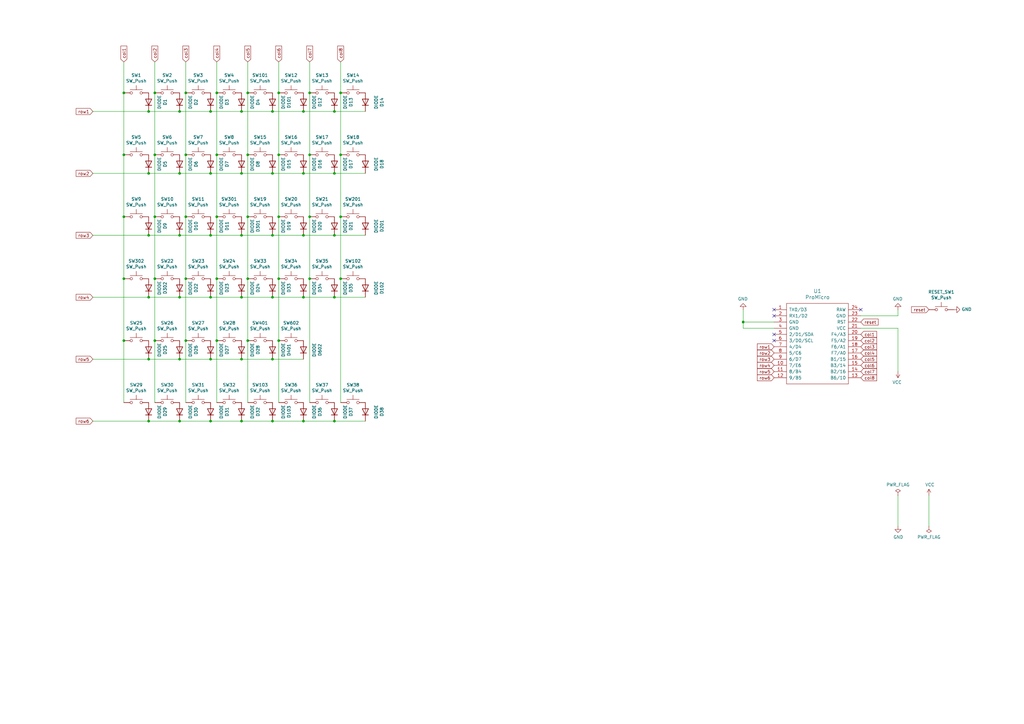
<source format=kicad_sch>
(kicad_sch (version 20230121) (generator eeschema)
  (paper "A3")
  (lib_symbols
    (symbol "Device:D" (pin_numbers hide) (pin_names (offset 1.016) hide)
      (property "Reference" "D" (at 0 2.54 0))
      (property "Value" "D" (at 0 -2.54 0))
      (symbol "D_0_1"
        (polyline (pts (xy -1.27 1.27) (xy -1.27 -1.27)) (stroke (width 0.254)))
        (polyline (pts (xy 1.27 0) (xy -1.27 0)))
        (polyline (pts (xy 1.27 1.27) (xy 1.27 -1.27) (xy -1.27 0) (xy 1.27 1.27)) (stroke (width 0.254)))
      )
      (symbol "D_1_1"
        (pin passive line (at -3.81 0 0) (length 2.54) (name "K") (number "1"))
        (pin passive line (at 3.81 0 180) (length 2.54) (name "A") (number "2"))
      )
    )
    (symbol "Switch:SW_Push" (pin_numbers hide) (pin_names (offset 1.016) hide)
      (property "Reference" "SW" (at 1.27 2.54 0))
      (property "Value" "SW_Push" (at 0 -1.524 0))
      (symbol "SW_Push_0_1"
        (circle (center -2.032 0) (radius 0.508))
        (polyline (pts (xy 0 1.27) (xy 0 3.048)))
        (polyline (pts (xy 2.54 1.27) (xy -2.54 1.27)))
        (circle (center 2.032 0) (radius 0.508))
        (pin passive line (at -5.08 0 0) (length 2.54) (name "1") (number "1"))
        (pin passive line (at 5.08 0 180) (length 2.54) (name "2") (number "2"))
      )
    )
    (symbol "kbd:ProMicro" (pin_names (offset 1.016))
      (property "Reference" "U" (at 0 19.05 0))
      (property "Value" "ProMicro" (at 0 -19.05 0))
      (symbol "ProMicro_0_1"
        (rectangle (start -12.7 16.51) (end 12.7 -16.51))
      )
      (symbol "ProMicro_1_1"
        (pin bidirectional line (at -17.78 13.97 0) (length 5.08) (name "TX0/D3") (number "1"))
        (pin bidirectional line (at -17.78 -8.89 0) (length 5.08) (name "7/E6") (number "10"))
        (pin bidirectional line (at -17.78 -11.43 0) (length 5.08) (name "8/B4") (number "11"))
        (pin bidirectional line (at -17.78 -13.97 0) (length 5.08) (name "9/B5") (number "12"))
        (pin bidirectional line (at 17.78 -13.97 180) (length 5.08) (name "B6/10") (number "13"))
        (pin bidirectional line (at 17.78 -11.43 180) (length 5.08) (name "B2/16") (number "14"))
        (pin bidirectional line (at 17.78 -8.89 180) (length 5.08) (name "B3/14") (number "15"))
        (pin bidirectional line (at 17.78 -6.35 180) (length 5.08) (name "B1/15") (number "16"))
        (pin bidirectional line (at 17.78 -3.81 180) (length 5.08) (name "F7/A0") (number "17"))
        (pin bidirectional line (at 17.78 -1.27 180) (length 5.08) (name "F6/A1") (number "18"))
        (pin bidirectional line (at 17.78 1.27 180) (length 5.08) (name "F5/A2") (number "19"))
        (pin bidirectional line (at -17.78 11.43 0) (length 5.08) (name "RX1/D2") (number "2"))
        (pin bidirectional line (at 17.78 3.81 180) (length 5.08) (name "F4/A3") (number "20"))
        (pin power_in line (at 17.78 6.35 180) (length 5.08) (name "VCC") (number "21"))
        (pin input line (at 17.78 8.89 180) (length 5.08) (name "RST") (number "22"))
        (pin power_in line (at 17.78 11.43 180) (length 5.08) (name "GND") (number "23"))
        (pin power_out line (at 17.78 13.97 180) (length 5.08) (name "RAW") (number "24"))
        (pin power_in line (at -17.78 8.89 0) (length 5.08) (name "GND") (number "3"))
        (pin power_in line (at -17.78 6.35 0) (length 5.08) (name "GND") (number "4"))
        (pin bidirectional line (at -17.78 3.81 0) (length 5.08) (name "2/D1/SDA") (number "5"))
        (pin bidirectional line (at -17.78 1.27 0) (length 5.08) (name "3/D0/SCL") (number "6"))
        (pin bidirectional line (at -17.78 -1.27 0) (length 5.08) (name "4/D4") (number "7"))
        (pin bidirectional line (at -17.78 -3.81 0) (length 5.08) (name "5/C6") (number "8"))
        (pin bidirectional line (at -17.78 -6.35 0) (length 5.08) (name "6/D7") (number "9"))
      )
    )
    (symbol "power:GND" (power) (pin_names (offset 0))
      (property "Value" "GND" (at 0 -3.81 0))
      (symbol "GND_0_1"
        (polyline (pts (xy 0 0) (xy 0 -1.27) (xy 1.27 -1.27) (xy 0 -2.54) (xy -1.27 -1.27) (xy 0 -1.27)))
      )
      (symbol "GND_1_1"
        (pin power_in line (at 0 0 270) (length 0) hide (name "GND") (number "1"))
      )
    )
    (symbol "power:PWR_FLAG" (power) (pin_numbers hide) (pin_names (offset 0) hide)
      (property "Value" "PWR_FLAG" (at 0 3.81 0))
      (symbol "PWR_FLAG_0_0"
        (pin power_out line (at 0 0 90) (length 0) (name "pwr") (number "1"))
      )
      (symbol "PWR_FLAG_0_1"
        (polyline (pts (xy 0 0) (xy 0 1.27) (xy -1.016 1.905) (xy 0 2.54) (xy 1.016 1.905) (xy 0 1.27)))
      )
    )
    (symbol "power:VCC" (power) (pin_names (offset 0))
      (property "Value" "VCC" (at 0 3.81 0))
      (symbol "VCC_0_1"
        (polyline (pts (xy -0.762 1.27) (xy 0 2.54)))
        (polyline (pts (xy 0 0) (xy 0 2.54)))
        (polyline (pts (xy 0 2.54) (xy 0.762 1.27)))
      )
      (symbol "VCC_1_1"
        (pin power_in line (at 0 0 90) (length 0) hide (name "VCC") (number "1"))
      )
    )
  )
  (junction (at 139.7 38.1))
  (junction (at 88.9 88.9))
  (junction (at 76.2 63.5))
  (junction (at 124.46 121.92))
  (junction (at 60.96 71.12))
  (junction (at 139.7 63.5))
  (junction (at 73.66 71.12))
  (junction (at 111.76 121.92))
  (junction (at 60.96 121.92))
  (junction (at 50.8 139.7))
  (junction (at 86.36 96.52))
  (junction (at 101.6 88.9))
  (junction (at 63.5 114.3))
  (junction (at 111.76 96.52))
  (junction (at 86.36 121.92))
  (junction (at 124.46 71.12))
  (junction (at 127 114.3))
  (junction (at 50.8 88.9))
  (junction (at 101.6 114.3))
  (junction (at 88.9 139.7))
  (junction (at 99.06 71.12))
  (junction (at 111.76 45.72))
  (junction (at 73.66 147.32))
  (junction (at 101.6 63.5))
  (junction (at 63.5 88.9))
  (junction (at 111.76 71.12))
  (junction (at 137.16 172.72))
  (junction (at 73.66 96.52))
  (junction (at 76.2 139.7))
  (junction (at 101.6 139.7))
  (junction (at 86.36 45.72))
  (junction (at 124.46 172.72))
  (junction (at 137.16 96.52))
  (junction (at 63.5 63.5))
  (junction (at 127 38.1))
  (junction (at 73.66 121.92))
  (junction (at 60.96 172.72))
  (junction (at 73.66 172.72))
  (junction (at 124.46 45.72))
  (junction (at 304.8 132.08))
  (junction (at 99.06 121.92))
  (junction (at 73.66 45.72))
  (junction (at 137.16 121.92))
  (junction (at 76.2 114.3))
  (junction (at 63.5 139.7))
  (junction (at 111.76 147.32))
  (junction (at 86.36 71.12))
  (junction (at 99.06 45.72))
  (junction (at 137.16 71.12))
  (junction (at 50.8 38.1))
  (junction (at 88.9 38.1))
  (junction (at 76.2 88.9))
  (junction (at 86.36 172.72))
  (junction (at 114.3 38.1))
  (junction (at 99.06 147.32))
  (junction (at 139.7 114.3))
  (junction (at 60.96 147.32))
  (junction (at 60.96 45.72))
  (junction (at 88.9 63.5))
  (junction (at 50.8 63.5))
  (junction (at 114.3 88.9))
  (junction (at 137.16 45.72))
  (junction (at 60.96 96.52))
  (junction (at 127 88.9))
  (junction (at 127 63.5))
  (junction (at 101.6 38.1))
  (junction (at 99.06 96.52))
  (junction (at 88.9 114.3))
  (junction (at 86.36 147.32))
  (junction (at 114.3 114.3))
  (junction (at 63.5 38.1))
  (junction (at 76.2 38.1))
  (junction (at 99.06 172.72))
  (junction (at 114.3 139.7))
  (junction (at 114.3 63.5))
  (junction (at 139.7 88.9))
  (junction (at 124.46 96.52))
  (junction (at 50.8 114.3))
  (junction (at 111.76 172.72))
  (no_connect (at 353.06 127))
  (no_connect (at 317.5 137.16))
  (no_connect (at 317.5 127))
  (no_connect (at 317.5 139.7))
  (no_connect (at 317.5 129.54))
  (wire (pts (xy 368.3 129.54) (xy 368.3 127)))
  (wire (pts (xy 76.2 38.1) (xy 76.2 63.5)))
  (wire (pts (xy 88.9 38.1) (xy 88.9 63.5)))
  (wire (pts (xy 38.1 96.52) (xy 60.96 96.52)))
  (wire (pts (xy 139.7 25.4) (xy 139.7 38.1)))
  (wire (pts (xy 317.5 132.08) (xy 304.8 132.08)))
  (wire (pts (xy 76.2 25.4) (xy 76.2 38.1)))
  (wire (pts (xy 60.96 96.52) (xy 73.66 96.52)))
  (wire (pts (xy 60.96 147.32) (xy 73.66 147.32)))
  (wire (pts (xy 124.46 172.72) (xy 137.16 172.72)))
  (wire (pts (xy 381 203.2) (xy 381 215.9)))
  (wire (pts (xy 99.06 121.92) (xy 111.76 121.92)))
  (wire (pts (xy 304.8 132.08) (xy 304.8 127)))
  (wire (pts (xy 76.2 139.7) (xy 76.2 165.1)))
  (wire (pts (xy 99.06 172.72) (xy 111.76 172.72)))
  (wire (pts (xy 101.6 38.1) (xy 101.6 63.5)))
  (wire (pts (xy 76.2 63.5) (xy 76.2 88.9)))
  (wire (pts (xy 124.46 121.92) (xy 137.16 121.92)))
  (wire (pts (xy 50.8 38.1) (xy 50.8 63.5)))
  (wire (pts (xy 139.7 114.3) (xy 139.7 165.1)))
  (wire (pts (xy 50.8 25.4) (xy 50.8 38.1)))
  (wire (pts (xy 63.5 114.3) (xy 63.5 139.7)))
  (wire (pts (xy 38.1 147.32) (xy 60.96 147.32)))
  (wire (pts (xy 63.5 25.4) (xy 63.5 38.1)))
  (wire (pts (xy 50.8 88.9) (xy 50.8 114.3)))
  (wire (pts (xy 101.6 88.9) (xy 101.6 114.3)))
  (wire (pts (xy 139.7 88.9) (xy 139.7 114.3)))
  (wire (pts (xy 73.66 96.52) (xy 86.36 96.52)))
  (wire (pts (xy 88.9 139.7) (xy 88.9 165.1)))
  (wire (pts (xy 88.9 114.3) (xy 88.9 139.7)))
  (wire (pts (xy 353.06 129.54) (xy 368.3 129.54)))
  (wire (pts (xy 137.16 96.52) (xy 149.86 96.52)))
  (wire (pts (xy 73.66 71.12) (xy 86.36 71.12)))
  (wire (pts (xy 304.8 134.62) (xy 304.8 132.08)))
  (wire (pts (xy 139.7 38.1) (xy 139.7 63.5)))
  (wire (pts (xy 317.5 134.62) (xy 304.8 134.62)))
  (wire (pts (xy 127 114.3) (xy 127 165.1)))
  (wire (pts (xy 101.6 25.4) (xy 101.6 38.1)))
  (wire (pts (xy 60.96 172.72) (xy 73.66 172.72)))
  (wire (pts (xy 111.76 96.52) (xy 124.46 96.52)))
  (wire (pts (xy 38.1 121.92) (xy 60.96 121.92)))
  (wire (pts (xy 50.8 139.7) (xy 50.8 165.1)))
  (wire (pts (xy 368.3 134.62) (xy 368.3 152.4)))
  (wire (pts (xy 73.66 172.72) (xy 86.36 172.72)))
  (wire (pts (xy 86.36 71.12) (xy 99.06 71.12)))
  (wire (pts (xy 86.36 147.32) (xy 99.06 147.32)))
  (wire (pts (xy 101.6 63.5) (xy 101.6 88.9)))
  (wire (pts (xy 139.7 63.5) (xy 139.7 88.9)))
  (wire (pts (xy 86.36 121.92) (xy 99.06 121.92)))
  (wire (pts (xy 111.76 172.72) (xy 124.46 172.72)))
  (wire (pts (xy 86.36 96.52) (xy 99.06 96.52)))
  (wire (pts (xy 76.2 114.3) (xy 76.2 139.7)))
  (wire (pts (xy 63.5 38.1) (xy 63.5 63.5)))
  (wire (pts (xy 60.96 121.92) (xy 73.66 121.92)))
  (wire (pts (xy 86.36 45.72) (xy 99.06 45.72)))
  (wire (pts (xy 73.66 45.72) (xy 86.36 45.72)))
  (wire (pts (xy 38.1 71.12) (xy 60.96 71.12)))
  (wire (pts (xy 38.1 172.72) (xy 60.96 172.72)))
  (wire (pts (xy 63.5 88.9) (xy 63.5 114.3)))
  (wire (pts (xy 99.06 96.52) (xy 111.76 96.52)))
  (wire (pts (xy 114.3 139.7) (xy 114.3 165.1)))
  (wire (pts (xy 63.5 63.5) (xy 63.5 88.9)))
  (wire (pts (xy 101.6 139.7) (xy 101.6 165.1)))
  (wire (pts (xy 114.3 88.9) (xy 114.3 114.3)))
  (wire (pts (xy 50.8 63.5) (xy 50.8 88.9)))
  (wire (pts (xy 86.36 172.72) (xy 99.06 172.72)))
  (wire (pts (xy 111.76 147.32) (xy 124.46 147.32)))
  (wire (pts (xy 88.9 25.4) (xy 88.9 38.1)))
  (wire (pts (xy 137.16 121.92) (xy 149.86 121.92)))
  (wire (pts (xy 124.46 71.12) (xy 137.16 71.12)))
  (wire (pts (xy 60.96 71.12) (xy 73.66 71.12)))
  (wire (pts (xy 111.76 121.92) (xy 124.46 121.92)))
  (wire (pts (xy 124.46 45.72) (xy 137.16 45.72)))
  (wire (pts (xy 114.3 114.3) (xy 114.3 139.7)))
  (wire (pts (xy 60.96 45.72) (xy 73.66 45.72)))
  (wire (pts (xy 76.2 88.9) (xy 76.2 114.3)))
  (wire (pts (xy 368.3 203.2) (xy 368.3 215.9)))
  (wire (pts (xy 124.46 96.52) (xy 137.16 96.52)))
  (wire (pts (xy 137.16 172.72) (xy 149.86 172.72)))
  (wire (pts (xy 73.66 121.92) (xy 86.36 121.92)))
  (wire (pts (xy 353.06 134.62) (xy 368.3 134.62)))
  (wire (pts (xy 114.3 63.5) (xy 114.3 88.9)))
  (wire (pts (xy 127 88.9) (xy 127 114.3)))
  (wire (pts (xy 73.66 147.32) (xy 86.36 147.32)))
  (wire (pts (xy 127 38.1) (xy 127 63.5)))
  (wire (pts (xy 63.5 139.7) (xy 63.5 165.1)))
  (wire (pts (xy 99.06 45.72) (xy 111.76 45.72)))
  (wire (pts (xy 127 25.4) (xy 127 38.1)))
  (wire (pts (xy 127 63.5) (xy 127 88.9)))
  (wire (pts (xy 111.76 71.12) (xy 124.46 71.12)))
  (wire (pts (xy 99.06 147.32) (xy 111.76 147.32)))
  (wire (pts (xy 114.3 25.4) (xy 114.3 38.1)))
  (wire (pts (xy 38.1 45.72) (xy 60.96 45.72)))
  (wire (pts (xy 137.16 45.72) (xy 149.86 45.72)))
  (wire (pts (xy 88.9 88.9) (xy 88.9 114.3)))
  (wire (pts (xy 114.3 38.1) (xy 114.3 63.5)))
  (wire (pts (xy 101.6 114.3) (xy 101.6 139.7)))
  (wire (pts (xy 111.76 45.72) (xy 124.46 45.72)))
  (wire (pts (xy 50.8 114.3) (xy 50.8 139.7)))
  (wire (pts (xy 88.9 63.5) (xy 88.9 88.9)))
  (wire (pts (xy 99.06 71.12) (xy 111.76 71.12)))
  (wire (pts (xy 137.16 71.12) (xy 149.86 71.12)))
  (global_label "row2" (shape input) (at 317.5 144.78 180) (property "Intersheetrefs" "${INTERSHEET_REFS}" (effects hide)))
  (global_label "row5" (shape input) (at 38.1 147.32 180) (property "Intersheetrefs" "${INTERSHEET_REFS}" (effects hide)))
  (global_label "col2" (shape input) (at 63.5 25.4 90) (property "Intersheetrefs" "${INTERSHEET_REFS}" (effects hide)))
  (global_label "col6" (shape input) (at 353.06 149.86 0) (property "Intersheetrefs" "${INTERSHEET_REFS}" (effects hide)))
  (global_label "row5" (shape input) (at 317.5 152.4 180) (property "Intersheetrefs" "${INTERSHEET_REFS}" (effects hide)))
  (global_label "col4" (shape input) (at 88.9 25.4 90) (property "Intersheetrefs" "${INTERSHEET_REFS}" (effects hide)))
  (global_label "row1" (shape input) (at 317.5 142.24 180) (property "Intersheetrefs" "${INTERSHEET_REFS}" (effects hide)))
  (global_label "col5" (shape input) (at 353.06 147.32 0) (property "Intersheetrefs" "${INTERSHEET_REFS}" (effects hide)))
  (global_label "col1" (shape input) (at 50.8 25.4 90) (property "Intersheetrefs" "${INTERSHEET_REFS}" (effects hide)))
  (global_label "row6" (shape input) (at 38.1 172.72 180) (property "Intersheetrefs" "${INTERSHEET_REFS}" (effects hide)))
  (global_label "col7" (shape input) (at 127 25.4 90) (property "Intersheetrefs" "${INTERSHEET_REFS}" (effects hide)) (property "シート間のリファレンス" "${INTERSHEET_REFS}" (effects hide)))
  (global_label "reset" (shape input) (at 353.06 132.08 0) (property "Intersheetrefs" "${INTERSHEET_REFS}" (effects hide)))
  (global_label "row3" (shape input) (at 38.1 96.52 180) (property "Intersheetrefs" "${INTERSHEET_REFS}" (effects hide)))
  (global_label "row4" (shape input) (at 38.1 121.92 180) (property "Intersheetrefs" "${INTERSHEET_REFS}" (effects hide)))
  (global_label "row6" (shape input) (at 317.5 154.94 180) (property "Intersheetrefs" "${INTERSHEET_REFS}" (effects hide)))
  (global_label "row3" (shape input) (at 317.5 147.32 180) (property "Intersheetrefs" "${INTERSHEET_REFS}" (effects hide)))
  (global_label "row4" (shape input) (at 317.5 149.86 180) (property "Intersheetrefs" "${INTERSHEET_REFS}" (effects hide)))
  (global_label "col8" (shape input) (at 353.06 154.94 0) (property "Intersheetrefs" "${INTERSHEET_REFS}" (effects hide)) (property "シート間のリファレンス" "${INTERSHEET_REFS}" (effects hide)))
  (global_label "col8" (shape input) (at 139.7 25.4 90) (property "Intersheetrefs" "${INTERSHEET_REFS}" (effects hide)) (property "シート間のリファレンス" "${INTERSHEET_REFS}" (effects hide)))
  (global_label "reset" (shape input) (at 381 127 180) (property "Intersheetrefs" "${INTERSHEET_REFS}" (effects hide)))
  (global_label "col5" (shape input) (at 101.6 25.4 90) (property "Intersheetrefs" "${INTERSHEET_REFS}" (effects hide)))
  (global_label "col1" (shape input) (at 353.06 137.16 0) (property "Intersheetrefs" "${INTERSHEET_REFS}" (effects hide)))
  (global_label "col3" (shape input) (at 76.2 25.4 90) (property "Intersheetrefs" "${INTERSHEET_REFS}" (effects hide)))
  (global_label "col7" (shape input) (at 353.06 152.4 0) (property "Intersheetrefs" "${INTERSHEET_REFS}" (effects hide)) (property "シート間のリファレンス" "${INTERSHEET_REFS}" (effects hide)))
  (global_label "row1" (shape input) (at 38.1 45.72 180) (property "Intersheetrefs" "${INTERSHEET_REFS}" (effects hide)))
  (global_label "col3" (shape input) (at 353.06 142.24 0) (property "Intersheetrefs" "${INTERSHEET_REFS}" (effects hide)))
  (global_label "col4" (shape input) (at 353.06 144.78 0) (property "Intersheetrefs" "${INTERSHEET_REFS}" (effects hide)))
  (global_label "col6" (shape input) (at 114.3 25.4 90) (property "Intersheetrefs" "${INTERSHEET_REFS}" (effects hide)))
  (global_label "col2" (shape input) (at 353.06 139.7 0) (property "Intersheetrefs" "${INTERSHEET_REFS}" (effects hide)))
  (global_label "row2" (shape input) (at 38.1 71.12 180) (property "Intersheetrefs" "${INTERSHEET_REFS}" (effects hide)))
  (symbol (lib_id "Device:D") (at 60.96 41.91 270) (mirror x) (unit 1)
    (property "Reference" "D1" (at 67.691 41.91 0))
    (property "Value" "DIODE" (at 65.3796 41.91 0))
    (property "Footprint" "kbd:D3_TH_SMD_v2" (effects hide))
  )
  (symbol (lib_id "Switch:SW_Push") (at 55.88 38.1 0) (unit 1)
    (property "Reference" "SW1" (at 55.88 30.861 0))
    (property "Value" "SW_Push" (at 55.88 33.1724 0))
    (property "Footprint" "takashicompany:CherryMX_TH-Hotswap" (effects hide))
  )
  (symbol (lib_id "Device:D") (at 73.66 41.91 270) (mirror x) (unit 1)
    (property "Reference" "D2" (at 80.391 41.91 0))
    (property "Value" "DIODE" (at 78.0796 41.91 0))
    (property "Footprint" "kbd:D3_TH_SMD_v2" (effects hide))
  )
  (symbol (lib_id "Switch:SW_Push") (at 68.58 38.1 0) (unit 1)
    (property "Reference" "SW2" (at 68.58 30.861 0))
    (property "Value" "SW_Push" (at 68.58 33.1724 0))
    (property "Footprint" "takashicompany:CherryMX_TH-Hotswap" (effects hide))
  )
  (symbol (lib_id "Device:D") (at 86.36 41.91 270) (mirror x) (unit 1)
    (property "Reference" "D3" (at 93.091 41.91 0))
    (property "Value" "DIODE" (at 90.7796 41.91 0))
    (property "Footprint" "kbd:D3_TH_SMD_v2" (effects hide))
  )
  (symbol (lib_id "Switch:SW_Push") (at 81.28 38.1 0) (unit 1)
    (property "Reference" "SW3" (at 81.28 30.861 0))
    (property "Value" "SW_Push" (at 81.28 33.1724 0))
    (property "Footprint" "takashicompany:CherryMX_TH-Hotswap" (effects hide))
  )
  (symbol (lib_id "Device:D") (at 99.06 41.91 270) (mirror x) (unit 1)
    (property "Reference" "D4" (at 105.791 41.91 0))
    (property "Value" "DIODE" (at 103.4796 41.91 0))
    (property "Footprint" "kbd:D3_TH_SMD_v2" (effects hide))
  )
  (symbol (lib_id "Switch:SW_Push") (at 93.98 38.1 0) (unit 1)
    (property "Reference" "SW4" (at 93.98 30.861 0))
    (property "Value" "SW_Push" (at 93.98 33.1724 0))
    (property "Footprint" "takashicompany:CherryMX_TH-Hotswap" (effects hide))
  )
  (symbol (lib_id "Device:D") (at 60.96 67.31 270) (mirror x) (unit 1)
    (property "Reference" "D5" (at 67.691 67.31 0))
    (property "Value" "DIODE" (at 65.3796 67.31 0))
    (property "Footprint" "kbd:D3_TH_SMD_v2" (effects hide))
  )
  (symbol (lib_id "Switch:SW_Push") (at 55.88 63.5 0) (unit 1)
    (property "Reference" "SW5" (at 55.88 56.261 0))
    (property "Value" "SW_Push" (at 55.88 58.5724 0))
    (property "Footprint" "takashicompany:CherryMX_TH-Hotswap" (effects hide))
  )
  (symbol (lib_id "Device:D") (at 73.66 67.31 270) (mirror x) (unit 1)
    (property "Reference" "D6" (at 80.391 67.31 0))
    (property "Value" "DIODE" (at 78.0796 67.31 0))
    (property "Footprint" "kbd:D3_TH_SMD_v2" (effects hide))
  )
  (symbol (lib_id "Switch:SW_Push") (at 68.58 63.5 0) (unit 1)
    (property "Reference" "SW6" (at 68.58 56.261 0))
    (property "Value" "SW_Push" (at 68.58 58.5724 0))
    (property "Footprint" "takashicompany:CherryMX_TH-Hotswap" (effects hide))
  )
  (symbol (lib_id "Device:D") (at 86.36 67.31 270) (mirror x) (unit 1)
    (property "Reference" "D7" (at 93.091 67.31 0))
    (property "Value" "DIODE" (at 90.7796 67.31 0))
    (property "Footprint" "kbd:D3_TH_SMD_v2" (effects hide))
  )
  (symbol (lib_id "Switch:SW_Push") (at 81.28 63.5 0) (unit 1)
    (property "Reference" "SW7" (at 81.28 56.261 0))
    (property "Value" "SW_Push" (at 81.28 58.5724 0))
    (property "Footprint" "takashicompany:CherryMX_TH-Hotswap" (effects hide))
  )
  (symbol (lib_id "Device:D") (at 99.06 67.31 270) (mirror x) (unit 1)
    (property "Reference" "D8" (at 105.791 67.31 0))
    (property "Value" "DIODE" (at 103.4796 67.31 0))
    (property "Footprint" "kbd:D3_TH_SMD_v2" (effects hide))
  )
  (symbol (lib_id "Switch:SW_Push") (at 93.98 63.5 0) (unit 1)
    (property "Reference" "SW8" (at 93.98 56.261 0))
    (property "Value" "SW_Push" (at 93.98 58.5724 0))
    (property "Footprint" "takashicompany:CherryMX_TH-Hotswap" (effects hide))
  )
  (symbol (lib_id "Device:D") (at 60.96 92.71 270) (mirror x) (unit 1)
    (property "Reference" "D9" (at 67.691 92.71 0))
    (property "Value" "DIODE" (at 65.3796 92.71 0))
    (property "Footprint" "kbd:D3_TH_SMD_v2" (effects hide))
  )
  (symbol (lib_id "Switch:SW_Push") (at 55.88 88.9 0) (unit 1)
    (property "Reference" "SW9" (at 55.88 81.661 0))
    (property "Value" "SW_Push" (at 55.88 83.9724 0))
    (property "Footprint" "takashicompany:CherryMX_TH-Hotswap" (effects hide))
  )
  (symbol (lib_id "Device:D") (at 73.66 92.71 270) (mirror x) (unit 1)
    (property "Reference" "D10" (at 80.391 92.71 0))
    (property "Value" "DIODE" (at 78.0796 92.71 0))
    (property "Footprint" "kbd:D3_TH_SMD_v2" (effects hide))
  )
  (symbol (lib_id "Switch:SW_Push") (at 68.58 88.9 0) (unit 1)
    (property "Reference" "SW10" (at 68.58 81.661 0))
    (property "Value" "SW_Push" (at 68.58 83.9724 0))
    (property "Footprint" "takashicompany:CherryMX_TH-Hotswap" (effects hide))
  )
  (symbol (lib_id "Device:D") (at 137.16 92.71 270) (mirror x) (unit 1)
    (property "Reference" "D21" (at 143.891 92.71 0))
    (property "Value" "DIODE" (at 141.5796 92.71 0))
    (property "Footprint" "kbd:D3_TH_SMD_v2" (effects hide))
  )
  (symbol (lib_id "Switch:SW_Push") (at 132.08 88.9 0) (unit 1)
    (property "Reference" "SW21" (at 132.08 81.661 0))
    (property "Value" "SW_Push" (at 132.08 83.9724 0))
    (property "Footprint" "takashicompany:CherryMX_TH-Hotswap" (effects hide))
  )
  (symbol (lib_id "Device:D") (at 73.66 118.11 270) (mirror x) (unit 1)
    (property "Reference" "D22" (at 80.391 118.11 0))
    (property "Value" "DIODE" (at 78.0796 118.11 0))
    (property "Footprint" "kbd:D3_TH_SMD_v2" (effects hide))
  )
  (symbol (lib_id "Switch:SW_Push") (at 68.58 114.3 0) (unit 1)
    (property "Reference" "SW22" (at 68.58 107.061 0))
    (property "Value" "SW_Push" (at 68.58 109.3724 0))
    (property "Footprint" "takashicompany:CherryMX_TH-Hotswap" (effects hide))
  )
  (symbol (lib_id "Device:D") (at 86.36 118.11 270) (mirror x) (unit 1)
    (property "Reference" "D23" (at 93.091 118.11 0))
    (property "Value" "DIODE" (at 90.7796 118.11 0))
    (property "Footprint" "kbd:D3_TH_SMD_v2" (effects hide))
  )
  (symbol (lib_id "Switch:SW_Push") (at 81.28 114.3 0) (unit 1)
    (property "Reference" "SW23" (at 81.28 107.061 0))
    (property "Value" "SW_Push" (at 81.28 109.3724 0))
    (property "Footprint" "takashicompany:CherryMX_TH-Hotswap" (effects hide))
  )
  (symbol (lib_id "Device:D") (at 99.06 118.11 270) (mirror x) (unit 1)
    (property "Reference" "D24" (at 105.791 118.11 0))
    (property "Value" "DIODE" (at 103.4796 118.11 0))
    (property "Footprint" "kbd:D3_TH_SMD_v2" (effects hide))
  )
  (symbol (lib_id "Switch:SW_Push") (at 93.98 114.3 0) (unit 1)
    (property "Reference" "SW24" (at 93.98 107.061 0))
    (property "Value" "SW_Push" (at 93.98 109.3724 0))
    (property "Footprint" "takashicompany:CherryMX_TH-Hotswap" (effects hide))
  )
  (symbol (lib_id "Device:D") (at 60.96 143.51 270) (mirror x) (unit 1)
    (property "Reference" "D25" (at 67.691 143.51 0))
    (property "Value" "DIODE" (at 65.3796 143.51 0))
    (property "Footprint" "kbd:D3_TH_SMD_v2" (effects hide))
  )
  (symbol (lib_id "Switch:SW_Push") (at 55.88 139.7 0) (unit 1)
    (property "Reference" "SW25" (at 55.88 132.461 0))
    (property "Value" "SW_Push" (at 55.88 134.7724 0))
    (property "Footprint" "takashicompany:CherryMX_TH-Hotswap" (effects hide))
  )
  (symbol (lib_id "Device:D") (at 73.66 143.51 270) (mirror x) (unit 1)
    (property "Reference" "D26" (at 80.391 143.51 0))
    (property "Value" "DIODE" (at 78.0796 143.51 0))
    (property "Footprint" "kbd:D3_TH_SMD_v2" (effects hide))
  )
  (symbol (lib_id "Switch:SW_Push") (at 68.58 139.7 0) (unit 1)
    (property "Reference" "SW26" (at 68.58 132.461 0))
    (property "Value" "SW_Push" (at 68.58 134.7724 0))
    (property "Footprint" "takashicompany:CherryMX_TH-Hotswap" (effects hide))
  )
  (symbol (lib_id "Device:D") (at 86.36 143.51 270) (mirror x) (unit 1)
    (property "Reference" "D27" (at 93.091 143.51 0))
    (property "Value" "DIODE" (at 90.7796 143.51 0))
    (property "Footprint" "kbd:D3_TH_SMD_v2" (effects hide))
  )
  (symbol (lib_id "Switch:SW_Push") (at 81.28 139.7 0) (unit 1)
    (property "Reference" "SW27" (at 81.28 132.461 0))
    (property "Value" "SW_Push" (at 81.28 134.7724 0))
    (property "Footprint" "takashicompany:CherryMX_TH-Hotswap" (effects hide))
  )
  (symbol (lib_id "Device:D") (at 99.06 143.51 270) (mirror x) (unit 1)
    (property "Reference" "D28" (at 105.791 143.51 0))
    (property "Value" "DIODE" (at 103.4796 143.51 0))
    (property "Footprint" "kbd:D3_TH_SMD_v2" (effects hide))
  )
  (symbol (lib_id "Switch:SW_Push") (at 93.98 139.7 0) (unit 1)
    (property "Reference" "SW28" (at 93.98 132.461 0))
    (property "Value" "SW_Push" (at 93.98 134.7724 0))
    (property "Footprint" "takashicompany:CherryMX_TH-Hotswap" (effects hide))
  )
  (symbol (lib_id "Device:D") (at 60.96 168.91 270) (mirror x) (unit 1)
    (property "Reference" "D29" (at 67.691 168.91 0))
    (property "Value" "DIODE" (at 65.3796 168.91 0))
    (property "Footprint" "kbd:D3_TH_SMD_v2" (effects hide))
  )
  (symbol (lib_id "Switch:SW_Push") (at 55.88 165.1 0) (unit 1)
    (property "Reference" "SW29" (at 55.88 157.861 0))
    (property "Value" "SW_Push" (at 55.88 160.1724 0))
    (property "Footprint" "takashicompany:CherryMX_TH-Hotswap" (effects hide))
  )
  (symbol (lib_id "Device:D") (at 73.66 168.91 270) (mirror x) (unit 1)
    (property "Reference" "D30" (at 80.391 168.91 0))
    (property "Value" "DIODE" (at 78.0796 168.91 0))
    (property "Footprint" "kbd:D3_TH_SMD_v2" (effects hide))
  )
  (symbol (lib_id "Switch:SW_Push") (at 68.58 165.1 0) (unit 1)
    (property "Reference" "SW30" (at 68.58 157.861 0))
    (property "Value" "SW_Push" (at 68.58 160.1724 0))
    (property "Footprint" "takashicompany:CherryMX_TH-Hotswap" (effects hide))
  )
  (symbol (lib_id "Device:D") (at 86.36 92.71 270) (mirror x) (unit 1)
    (property "Reference" "D11" (at 93.091 92.71 0))
    (property "Value" "DIODE" (at 90.7796 92.71 0))
    (property "Footprint" "kbd:D3_TH_SMD_v2" (effects hide))
  )
  (symbol (lib_id "Switch:SW_Push") (at 81.28 88.9 0) (unit 1)
    (property "Reference" "SW11" (at 81.28 81.661 0))
    (property "Value" "SW_Push" (at 81.28 83.9724 0))
    (property "Footprint" "takashicompany:CherryMX_TH-Hotswap" (effects hide))
  )
  (symbol (lib_id "Device:D") (at 124.46 41.91 270) (mirror x) (unit 1)
    (property "Reference" "D12" (at 131.191 41.91 0))
    (property "Value" "DIODE" (at 128.8796 41.91 0))
    (property "Footprint" "kbd:D3_TH_SMD_v2" (effects hide))
  )
  (symbol (lib_id "Switch:SW_Push") (at 119.38 38.1 0) (unit 1)
    (property "Reference" "SW12" (at 119.38 30.861 0))
    (property "Value" "SW_Push" (at 119.38 33.1724 0))
    (property "Footprint" "takashicompany:CherryMX_TH-Hotswap" (effects hide))
  )
  (symbol (lib_id "Device:D") (at 137.16 41.91 270) (mirror x) (unit 1)
    (property "Reference" "D13" (at 143.891 41.91 0))
    (property "Value" "DIODE" (at 141.5796 41.91 0))
    (property "Footprint" "kbd:D3_TH_SMD_v2" (effects hide))
  )
  (symbol (lib_id "Switch:SW_Push") (at 132.08 38.1 0) (unit 1)
    (property "Reference" "SW13" (at 132.08 30.861 0))
    (property "Value" "SW_Push" (at 132.08 33.1724 0))
    (property "Footprint" "takashicompany:CherryMX_TH-Hotswap" (effects hide))
  )
  (symbol (lib_id "Device:D") (at 149.86 41.91 270) (mirror x) (unit 1)
    (property "Reference" "D14" (at 156.591 41.91 0))
    (property "Value" "DIODE" (at 154.2796 41.91 0))
    (property "Footprint" "kbd:D3_TH_SMD_v2" (effects hide))
  )
  (symbol (lib_id "Switch:SW_Push") (at 144.78 38.1 0) (unit 1)
    (property "Reference" "SW14" (at 144.78 30.861 0))
    (property "Value" "SW_Push" (at 144.78 33.1724 0))
    (property "Footprint" "takashicompany:CherryMX_TH-Hotswap" (effects hide))
  )
  (symbol (lib_id "Device:D") (at 111.76 67.31 270) (mirror x) (unit 1)
    (property "Reference" "D15" (at 118.491 67.31 0))
    (property "Value" "DIODE" (at 116.1796 67.31 0))
    (property "Footprint" "kbd:D3_TH_SMD_v2" (effects hide))
  )
  (symbol (lib_id "Switch:SW_Push") (at 106.68 63.5 0) (unit 1)
    (property "Reference" "SW15" (at 106.68 56.261 0))
    (property "Value" "SW_Push" (at 106.68 58.5724 0))
    (property "Footprint" "takashicompany:CherryMX_TH-Hotswap" (effects hide))
  )
  (symbol (lib_id "Device:D") (at 124.46 67.31 270) (mirror x) (unit 1)
    (property "Reference" "D16" (at 131.191 67.31 0))
    (property "Value" "DIODE" (at 128.8796 67.31 0))
    (property "Footprint" "kbd:D3_TH_SMD_v2" (effects hide))
  )
  (symbol (lib_id "Switch:SW_Push") (at 119.38 63.5 0) (unit 1)
    (property "Reference" "SW16" (at 119.38 56.261 0))
    (property "Value" "SW_Push" (at 119.38 58.5724 0))
    (property "Footprint" "takashicompany:CherryMX_TH-Hotswap" (effects hide))
  )
  (symbol (lib_id "Device:D") (at 137.16 67.31 270) (mirror x) (unit 1)
    (property "Reference" "D17" (at 143.891 67.31 0))
    (property "Value" "DIODE" (at 141.5796 67.31 0))
    (property "Footprint" "kbd:D3_TH_SMD_v2" (effects hide))
  )
  (symbol (lib_id "Switch:SW_Push") (at 132.08 63.5 0) (unit 1)
    (property "Reference" "SW17" (at 132.08 56.261 0))
    (property "Value" "SW_Push" (at 132.08 58.5724 0))
    (property "Footprint" "takashicompany:CherryMX_TH-Hotswap" (effects hide))
  )
  (symbol (lib_id "Device:D") (at 149.86 67.31 270) (mirror x) (unit 1)
    (property "Reference" "D18" (at 156.591 67.31 0))
    (property "Value" "DIODE" (at 154.2796 67.31 0))
    (property "Footprint" "kbd:D3_TH_SMD_v2" (effects hide))
  )
  (symbol (lib_id "Switch:SW_Push") (at 144.78 63.5 0) (unit 1)
    (property "Reference" "SW18" (at 144.78 56.261 0))
    (property "Value" "SW_Push" (at 144.78 58.5724 0))
    (property "Footprint" "takashicompany:CherryMX_TH-Hotswap" (effects hide))
  )
  (symbol (lib_id "Device:D") (at 111.76 92.71 270) (mirror x) (unit 1)
    (property "Reference" "D19" (at 118.491 92.71 0))
    (property "Value" "DIODE" (at 116.1796 92.71 0))
    (property "Footprint" "kbd:D3_TH_SMD_v2" (effects hide))
  )
  (symbol (lib_id "Switch:SW_Push") (at 106.68 88.9 0) (unit 1)
    (property "Reference" "SW19" (at 106.68 81.661 0))
    (property "Value" "SW_Push" (at 106.68 83.9724 0))
    (property "Footprint" "takashicompany:CherryMX_TH-Hotswap" (effects hide))
  )
  (symbol (lib_id "Device:D") (at 124.46 92.71 270) (mirror x) (unit 1)
    (property "Reference" "D20" (at 131.191 92.71 0))
    (property "Value" "DIODE" (at 128.8796 92.71 0))
    (property "Footprint" "kbd:D3_TH_SMD_v2" (effects hide))
  )
  (symbol (lib_id "Switch:SW_Push") (at 119.38 88.9 0) (unit 1)
    (property "Reference" "SW20" (at 119.38 81.661 0))
    (property "Value" "SW_Push" (at 119.38 83.9724 0))
    (property "Footprint" "takashicompany:CherryMX_TH-Hotswap" (effects hide))
  )
  (symbol (lib_id "Device:D") (at 86.36 168.91 270) (mirror x) (unit 1)
    (property "Reference" "D31" (at 93.091 168.91 0))
    (property "Value" "DIODE" (at 90.7796 168.91 0))
    (property "Footprint" "kbd:D3_TH_SMD_v2" (effects hide))
  )
  (symbol (lib_id "Switch:SW_Push") (at 81.28 165.1 0) (unit 1)
    (property "Reference" "SW31" (at 81.28 157.861 0))
    (property "Value" "SW_Push" (at 81.28 160.1724 0))
    (property "Footprint" "takashicompany:CherryMX_TH-Hotswap" (effects hide))
  )
  (symbol (lib_id "Device:D") (at 99.06 168.91 270) (mirror x) (unit 1)
    (property "Reference" "D32" (at 105.791 168.91 0))
    (property "Value" "DIODE" (at 103.4796 168.91 0))
    (property "Footprint" "kbd:D3_TH_SMD_v2" (effects hide))
  )
  (symbol (lib_id "Switch:SW_Push") (at 93.98 165.1 0) (unit 1)
    (property "Reference" "SW32" (at 93.98 157.861 0))
    (property "Value" "SW_Push" (at 93.98 160.1724 0))
    (property "Footprint" "takashicompany:CherryMX_TH-Hotswap" (effects hide))
  )
  (symbol (lib_id "Device:D") (at 111.76 118.11 270) (mirror x) (unit 1)
    (property "Reference" "D33" (at 118.491 118.11 0))
    (property "Value" "DIODE" (at 116.1796 118.11 0))
    (property "Footprint" "kbd:D3_TH_SMD_v2" (effects hide))
  )
  (symbol (lib_id "Switch:SW_Push") (at 106.68 114.3 0) (unit 1)
    (property "Reference" "SW33" (at 106.68 107.061 0))
    (property "Value" "SW_Push" (at 106.68 109.3724 0))
    (property "Footprint" "takashicompany:CherryMX_TH-Hotswap" (effects hide))
  )
  (symbol (lib_id "Device:D") (at 124.46 118.11 270) (mirror x) (unit 1)
    (property "Reference" "D34" (at 131.191 118.11 0))
    (property "Value" "DIODE" (at 128.8796 118.11 0))
    (property "Footprint" "kbd:D3_TH_SMD_v2" (effects hide))
  )
  (symbol (lib_id "Switch:SW_Push") (at 119.38 114.3 0) (unit 1)
    (property "Reference" "SW34" (at 119.38 107.061 0))
    (property "Value" "SW_Push" (at 119.38 109.3724 0))
    (property "Footprint" "takashicompany:CherryMX_TH-Hotswap" (effects hide))
  )
  (symbol (lib_id "Device:D") (at 137.16 118.11 270) (mirror x) (unit 1)
    (property "Reference" "D35" (at 143.891 118.11 0))
    (property "Value" "DIODE" (at 141.5796 118.11 0))
    (property "Footprint" "kbd:D3_TH_SMD_v2" (effects hide))
  )
  (symbol (lib_id "Switch:SW_Push") (at 132.08 114.3 0) (unit 1)
    (property "Reference" "SW35" (at 132.08 107.061 0))
    (property "Value" "SW_Push" (at 132.08 109.3724 0))
    (property "Footprint" "takashicompany:CherryMX_TH-Hotswap" (effects hide))
  )
  (symbol (lib_id "Device:D") (at 124.46 168.91 270) (mirror x) (unit 1)
    (property "Reference" "D36" (at 131.191 168.91 0))
    (property "Value" "DIODE" (at 128.8796 168.91 0))
    (property "Footprint" "kbd:D3_TH_SMD_v2" (effects hide))
  )
  (symbol (lib_id "Switch:SW_Push") (at 119.38 165.1 0) (unit 1)
    (property "Reference" "SW36" (at 119.38 157.861 0))
    (property "Value" "SW_Push" (at 119.38 160.1724 0))
    (property "Footprint" "takashicompany:CherryMX_TH-Hotswap" (effects hide))
  )
  (symbol (lib_id "Device:D") (at 137.16 168.91 270) (mirror x) (unit 1)
    (property "Reference" "D37" (at 143.891 168.91 0))
    (property "Value" "DIODE" (at 141.5796 168.91 0))
    (property "Footprint" "kbd:D3_TH_SMD_v2" (effects hide))
  )
  (symbol (lib_id "Switch:SW_Push") (at 132.08 165.1 0) (unit 1)
    (property "Reference" "SW37" (at 132.08 157.861 0))
    (property "Value" "SW_Push" (at 132.08 160.1724 0))
    (property "Footprint" "takashicompany:CherryMX_TH-Hotswap" (effects hide))
  )
  (symbol (lib_id "Device:D") (at 149.86 168.91 270) (mirror x) (unit 1)
    (property "Reference" "D38" (at 156.591 168.91 0))
    (property "Value" "DIODE" (at 154.2796 168.91 0))
    (property "Footprint" "kbd:D3_TH_SMD_v2" (effects hide))
  )
  (symbol (lib_id "Switch:SW_Push") (at 144.78 165.1 0) (unit 1)
    (property "Reference" "SW38" (at 144.78 157.861 0))
    (property "Value" "SW_Push" (at 144.78 160.1724 0))
    (property "Footprint" "takashicompany:CherryMX_TH-Hotswap" (effects hide))
  )
  (symbol (lib_id "Device:D") (at 111.76 41.91 270) (mirror x) (unit 1)
    (property "Reference" "D101" (at 118.491 41.91 0))
    (property "Value" "DIODE" (at 116.1796 41.91 0))
    (property "Footprint" "kbd:D3_TH_SMD_v2" (effects hide))
  )
  (symbol (lib_id "Switch:SW_Push") (at 106.68 38.1 0) (unit 1)
    (property "Reference" "SW101" (at 106.68 30.861 0))
    (property "Value" "SW_Push" (at 106.68 33.1724 0))
    (property "Footprint" "takashicompany:CherryMX_TH-Hotswap_1.25u" (effects hide))
  )
  (symbol (lib_id "Device:D") (at 149.86 118.11 270) (mirror x) (unit 1)
    (property "Reference" "D102" (at 156.591 118.11 0))
    (property "Value" "DIODE" (at 154.2796 118.11 0))
    (property "Footprint" "kbd:D3_TH_SMD_v2" (effects hide))
  )
  (symbol (lib_id "Switch:SW_Push") (at 144.78 114.3 0) (unit 1)
    (property "Reference" "SW102" (at 144.78 107.061 0))
    (property "Value" "SW_Push" (at 144.78 109.3724 0))
    (property "Footprint" "takashicompany:CherryMX_TH-Hotswap_1.25u" (effects hide))
  )
  (symbol (lib_id "Device:D") (at 111.76 168.91 270) (mirror x) (unit 1)
    (property "Reference" "D103" (at 118.491 168.91 0))
    (property "Value" "DIODE" (at 116.1796 168.91 0))
    (property "Footprint" "kbd:D3_TH_SMD_v2" (effects hide))
  )
  (symbol (lib_id "Switch:SW_Push") (at 106.68 165.1 0) (unit 1)
    (property "Reference" "SW103" (at 106.68 157.861 0))
    (property "Value" "SW_Push" (at 106.68 160.1724 0))
    (property "Footprint" "takashicompany:CherryMX_TH-Hotswap_1.25u" (effects hide))
  )
  (symbol (lib_id "Device:D") (at 149.86 92.71 270) (mirror x) (unit 1)
    (property "Reference" "D201" (at 156.591 92.71 0))
    (property "Value" "DIODE" (at 154.2796 92.71 0))
    (property "Footprint" "kbd:D3_TH_SMD_v2" (effects hide))
  )
  (symbol (lib_id "Switch:SW_Push") (at 144.78 88.9 0) (unit 1)
    (property "Reference" "SW201" (at 144.78 81.661 0))
    (property "Value" "SW_Push" (at 144.78 83.9724 0))
    (property "Footprint" "takashicompany:CherryMX_TH-Hotswap_1.50u" (effects hide))
  )
  (symbol (lib_id "Device:D") (at 99.06 92.71 270) (mirror x) (unit 1)
    (property "Reference" "D301" (at 105.791 92.71 0))
    (property "Value" "DIODE" (at 103.4796 92.71 0))
    (property "Footprint" "kbd:D3_TH_SMD_v2" (effects hide))
  )
  (symbol (lib_id "Switch:SW_Push") (at 93.98 88.9 0) (unit 1)
    (property "Reference" "SW301" (at 93.98 81.661 0))
    (property "Value" "SW_Push" (at 93.98 83.9724 0))
    (property "Footprint" "takashicompany:CherryMX_TH-Hotswap_1.75u" (effects hide))
  )
  (symbol (lib_id "Device:D") (at 60.96 118.11 270) (mirror x) (unit 1)
    (property "Reference" "D302" (at 67.691 118.11 0))
    (property "Value" "DIODE" (at 65.3796 118.11 0))
    (property "Footprint" "kbd:D3_TH_SMD_v2" (effects hide))
  )
  (symbol (lib_id "Switch:SW_Push") (at 55.88 114.3 0) (unit 1)
    (property "Reference" "SW302" (at 55.88 107.061 0))
    (property "Value" "SW_Push" (at 55.88 109.3724 0))
    (property "Footprint" "takashicompany:CherryMX_TH-Hotswap_1.75u" (effects hide))
  )
  (symbol (lib_id "Device:D") (at 111.76 143.51 270) (mirror x) (unit 1)
    (property "Reference" "D401" (at 118.491 143.51 0))
    (property "Value" "DIODE" (at 116.1796 143.51 0))
    (property "Footprint" "kbd:D3_TH_SMD_v2" (effects hide))
  )
  (symbol (lib_id "Switch:SW_Push") (at 106.68 139.7 0) (unit 1)
    (property "Reference" "SW401" (at 106.68 132.461 0))
    (property "Value" "SW_Push" (at 106.68 134.7724 0))
    (property "Footprint" "takashicompany:CherryMX_TH-Hotswap_2.00u" (effects hide))
  )
  (symbol (lib_id "Device:D") (at 124.46 143.51 270) (mirror x) (unit 1)
    (property "Reference" "D602" (at 131.191 143.51 0))
    (property "Value" "DIODE" (at 128.8796 143.51 0))
    (property "Footprint" "kbd:D3_TH_SMD_v2" (effects hide))
  )
  (symbol (lib_id "Switch:SW_Push") (at 119.38 139.7 0) (unit 1)
    (property "Reference" "SW602" (at 119.38 132.461 0))
    (property "Value" "SW_Push" (at 119.38 134.7724 0))
    (property "Footprint" "takashicompany:CherryMX_TH-Hotswap_2.25u" (effects hide))
  )
  (symbol (lib_id "power:VCC") (at 368.3 152.4 180) (unit 1)
    (property "Reference" "#PWR0101" (effects hide))
    (property "Value" "VCC" (at 367.919 156.7942 0))
  )
  (symbol (lib_id "power:GND") (at 368.3 127 180) (unit 1)
    (property "Reference" "#PWR0102" (effects hide))
    (property "Value" "GND" (at 368.173 122.6058 0))
  )
  (symbol (lib_id "power:GND") (at 304.8 127 180) (unit 1)
    (property "Reference" "#PWR0103" (effects hide))
    (property "Value" "GND" (at 304.673 122.6058 0))
  )
  (symbol (lib_id "Switch:SW_Push") (at 386.08 127 0) (unit 1)
    (property "Reference" "RESET_SW1" (at 386.08 119.761 0))
    (property "Value" "SW_Push" (at 386.08 122.0724 0))
    (property "Footprint" "kbd:ResetSW_1side" (effects hide))
  )
  (symbol (lib_id "power:GND") (at 391.16 127 90) (unit 1)
    (property "Reference" "#PWR0104" (effects hide))
    (property "Value" "GND" (at 394.4112 126.873 90) (effects (justify right)))
  )
  (symbol (lib_id "power:PWR_FLAG") (at 368.3 203.2 0) (unit 1)
    (property "Reference" "#FLG0101" (effects hide))
    (property "Value" "PWR_FLAG" (at 368.3 198.8058 0))
  )
  (symbol (lib_id "power:GND") (at 368.3 215.9 0) (unit 1)
    (property "Reference" "#PWR0109" (effects hide))
    (property "Value" "GND" (at 368.427 220.2942 0))
  )
  (symbol (lib_id "power:VCC") (at 381 203.2 0) (unit 1)
    (property "Reference" "#PWR0110" (effects hide))
    (property "Value" "VCC" (at 381.381 198.8058 0))
  )
  (symbol (lib_id "power:PWR_FLAG") (at 381 215.9 180) (unit 1)
    (property "Reference" "#FLG0102" (effects hide))
    (property "Value" "PWR_FLAG" (at 381 220.2942 0))
  )
  (symbol (lib_id "kbd:ProMicro") (at 335.28 140.97 0) (unit 1)
    (property "Reference" "U1" (at 335.28 119.38 0) (effects (font (size 1.524 1.524))))
    (property "Value" "ProMicro" (at 335.28 121.92 0) (effects (font (size 1.524 1.524))))
    (property "Footprint" "takashicompany:ProMicro_v3.5_print-inside_back" (effects hide))
  )
)
</source>
